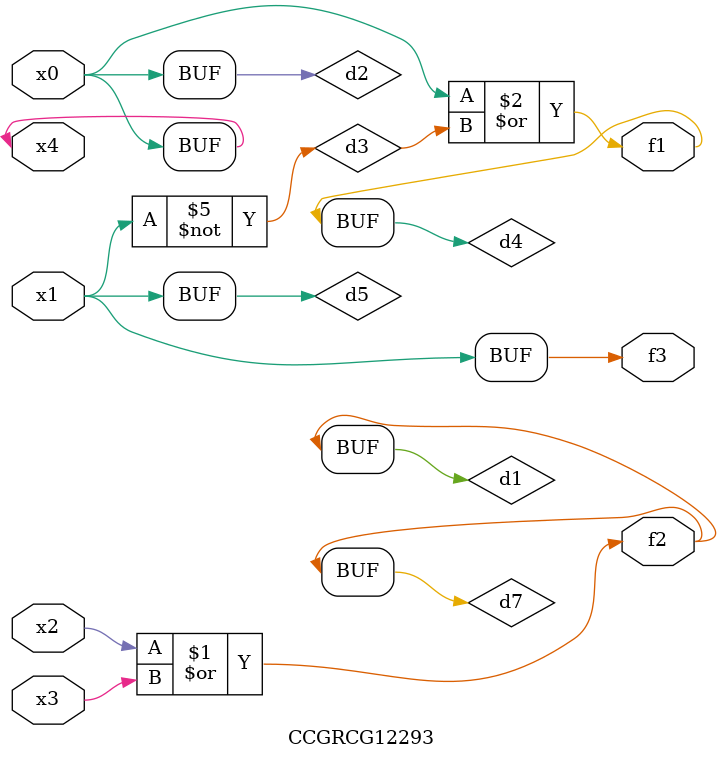
<source format=v>
module CCGRCG12293(
	input x0, x1, x2, x3, x4,
	output f1, f2, f3
);

	wire d1, d2, d3, d4, d5, d6, d7;

	or (d1, x2, x3);
	buf (d2, x0, x4);
	not (d3, x1);
	or (d4, d2, d3);
	not (d5, d3);
	nand (d6, d1, d3);
	or (d7, d1);
	assign f1 = d4;
	assign f2 = d7;
	assign f3 = d5;
endmodule

</source>
